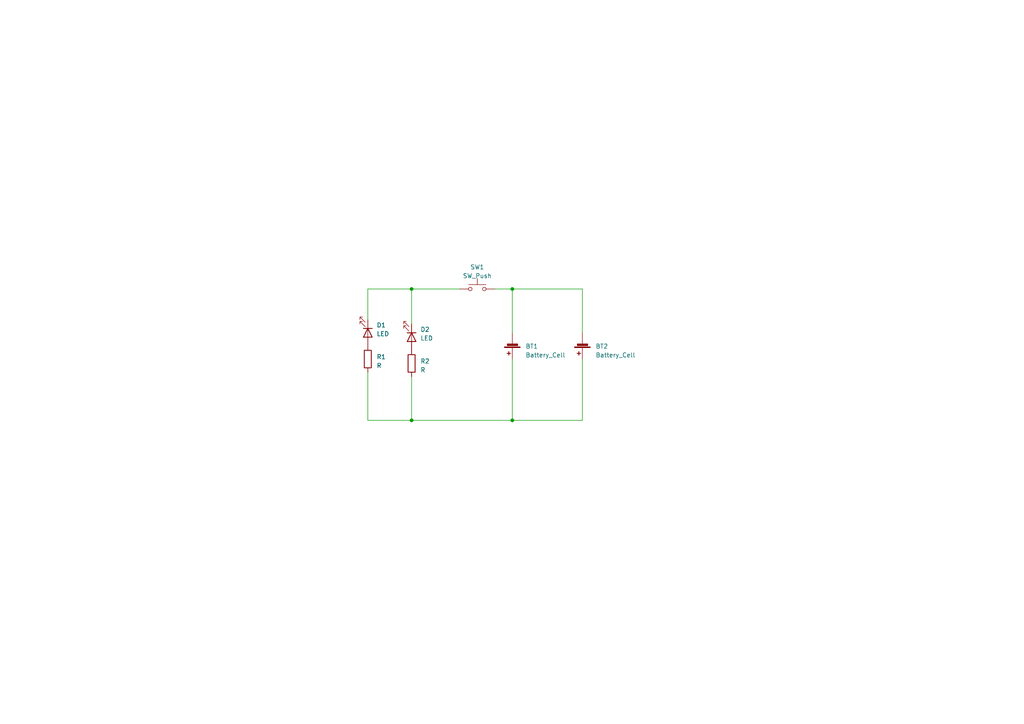
<source format=kicad_sch>
(kicad_sch (version 20230121) (generator eeschema)

  (uuid 36310ea5-f597-48e2-aaf2-85165dfbfd0a)

  (paper "A4")

  (lib_symbols
    (symbol "Device:Battery_Cell" (pin_numbers hide) (pin_names (offset 0) hide) (in_bom yes) (on_board yes)
      (property "Reference" "BT" (at 2.54 2.54 0)
        (effects (font (size 1.27 1.27)) (justify left))
      )
      (property "Value" "Battery_Cell" (at 2.54 0 0)
        (effects (font (size 1.27 1.27)) (justify left))
      )
      (property "Footprint" "" (at 0 1.524 90)
        (effects (font (size 1.27 1.27)) hide)
      )
      (property "Datasheet" "~" (at 0 1.524 90)
        (effects (font (size 1.27 1.27)) hide)
      )
      (property "ki_keywords" "battery cell" (at 0 0 0)
        (effects (font (size 1.27 1.27)) hide)
      )
      (property "ki_description" "Single-cell battery" (at 0 0 0)
        (effects (font (size 1.27 1.27)) hide)
      )
      (symbol "Battery_Cell_0_1"
        (rectangle (start -2.286 1.778) (end 2.286 1.524)
          (stroke (width 0) (type default))
          (fill (type outline))
        )
        (rectangle (start -1.5748 1.1938) (end 1.4732 0.6858)
          (stroke (width 0) (type default))
          (fill (type outline))
        )
        (polyline
          (pts
            (xy 0 0.762)
            (xy 0 0)
          )
          (stroke (width 0) (type default))
          (fill (type none))
        )
        (polyline
          (pts
            (xy 0 1.778)
            (xy 0 2.54)
          )
          (stroke (width 0) (type default))
          (fill (type none))
        )
        (polyline
          (pts
            (xy 0.508 3.429)
            (xy 1.524 3.429)
          )
          (stroke (width 0.254) (type default))
          (fill (type none))
        )
        (polyline
          (pts
            (xy 1.016 3.937)
            (xy 1.016 2.921)
          )
          (stroke (width 0.254) (type default))
          (fill (type none))
        )
      )
      (symbol "Battery_Cell_1_1"
        (pin passive line (at 0 5.08 270) (length 2.54)
          (name "+" (effects (font (size 1.27 1.27))))
          (number "1" (effects (font (size 1.27 1.27))))
        )
        (pin passive line (at 0 -2.54 90) (length 2.54)
          (name "-" (effects (font (size 1.27 1.27))))
          (number "2" (effects (font (size 1.27 1.27))))
        )
      )
    )
    (symbol "Device:LED" (pin_numbers hide) (pin_names (offset 1.016) hide) (in_bom yes) (on_board yes)
      (property "Reference" "D" (at 0 2.54 0)
        (effects (font (size 1.27 1.27)))
      )
      (property "Value" "LED" (at 0 -2.54 0)
        (effects (font (size 1.27 1.27)))
      )
      (property "Footprint" "" (at 0 0 0)
        (effects (font (size 1.27 1.27)) hide)
      )
      (property "Datasheet" "~" (at 0 0 0)
        (effects (font (size 1.27 1.27)) hide)
      )
      (property "ki_keywords" "LED diode" (at 0 0 0)
        (effects (font (size 1.27 1.27)) hide)
      )
      (property "ki_description" "Light emitting diode" (at 0 0 0)
        (effects (font (size 1.27 1.27)) hide)
      )
      (property "ki_fp_filters" "LED* LED_SMD:* LED_THT:*" (at 0 0 0)
        (effects (font (size 1.27 1.27)) hide)
      )
      (symbol "LED_0_1"
        (polyline
          (pts
            (xy -1.27 -1.27)
            (xy -1.27 1.27)
          )
          (stroke (width 0.254) (type default))
          (fill (type none))
        )
        (polyline
          (pts
            (xy -1.27 0)
            (xy 1.27 0)
          )
          (stroke (width 0) (type default))
          (fill (type none))
        )
        (polyline
          (pts
            (xy 1.27 -1.27)
            (xy 1.27 1.27)
            (xy -1.27 0)
            (xy 1.27 -1.27)
          )
          (stroke (width 0.254) (type default))
          (fill (type none))
        )
        (polyline
          (pts
            (xy -3.048 -0.762)
            (xy -4.572 -2.286)
            (xy -3.81 -2.286)
            (xy -4.572 -2.286)
            (xy -4.572 -1.524)
          )
          (stroke (width 0) (type default))
          (fill (type none))
        )
        (polyline
          (pts
            (xy -1.778 -0.762)
            (xy -3.302 -2.286)
            (xy -2.54 -2.286)
            (xy -3.302 -2.286)
            (xy -3.302 -1.524)
          )
          (stroke (width 0) (type default))
          (fill (type none))
        )
      )
      (symbol "LED_1_1"
        (pin passive line (at -3.81 0 0) (length 2.54)
          (name "K" (effects (font (size 1.27 1.27))))
          (number "1" (effects (font (size 1.27 1.27))))
        )
        (pin passive line (at 3.81 0 180) (length 2.54)
          (name "A" (effects (font (size 1.27 1.27))))
          (number "2" (effects (font (size 1.27 1.27))))
        )
      )
    )
    (symbol "Device:R" (pin_numbers hide) (pin_names (offset 0)) (in_bom yes) (on_board yes)
      (property "Reference" "R" (at 2.032 0 90)
        (effects (font (size 1.27 1.27)))
      )
      (property "Value" "R" (at 0 0 90)
        (effects (font (size 1.27 1.27)))
      )
      (property "Footprint" "" (at -1.778 0 90)
        (effects (font (size 1.27 1.27)) hide)
      )
      (property "Datasheet" "~" (at 0 0 0)
        (effects (font (size 1.27 1.27)) hide)
      )
      (property "ki_keywords" "R res resistor" (at 0 0 0)
        (effects (font (size 1.27 1.27)) hide)
      )
      (property "ki_description" "Resistor" (at 0 0 0)
        (effects (font (size 1.27 1.27)) hide)
      )
      (property "ki_fp_filters" "R_*" (at 0 0 0)
        (effects (font (size 1.27 1.27)) hide)
      )
      (symbol "R_0_1"
        (rectangle (start -1.016 -2.54) (end 1.016 2.54)
          (stroke (width 0.254) (type default))
          (fill (type none))
        )
      )
      (symbol "R_1_1"
        (pin passive line (at 0 3.81 270) (length 1.27)
          (name "~" (effects (font (size 1.27 1.27))))
          (number "1" (effects (font (size 1.27 1.27))))
        )
        (pin passive line (at 0 -3.81 90) (length 1.27)
          (name "~" (effects (font (size 1.27 1.27))))
          (number "2" (effects (font (size 1.27 1.27))))
        )
      )
    )
    (symbol "Switch:SW_Push" (pin_numbers hide) (pin_names (offset 1.016) hide) (in_bom yes) (on_board yes)
      (property "Reference" "Push button" (at 1.27 2.54 0)
        (effects (font (size 1.27 1.27)) (justify left))
      )
      (property "Value" "Push button" (at 0 -1.524 0)
        (effects (font (size 1.27 1.27)))
      )
      (property "Footprint" "" (at 0 5.08 0)
        (effects (font (size 1.27 1.27)) hide)
      )
      (property "Datasheet" "~" (at 0 5.08 0)
        (effects (font (size 1.27 1.27)) hide)
      )
      (property "ki_keywords" "switch normally-open pushbutton push-button" (at 0 0 0)
        (effects (font (size 1.27 1.27)) hide)
      )
      (property "ki_description" "Push button switch, generic, two pins" (at 0 0 0)
        (effects (font (size 1.27 1.27)) hide)
      )
      (symbol "SW_Push_0_1"
        (circle (center -2.032 0) (radius 0.508)
          (stroke (width 0) (type default))
          (fill (type none))
        )
        (polyline
          (pts
            (xy 0 1.27)
            (xy 0 3.048)
          )
          (stroke (width 0) (type default))
          (fill (type none))
        )
        (polyline
          (pts
            (xy 2.54 1.27)
            (xy -2.54 1.27)
          )
          (stroke (width 0) (type default))
          (fill (type none))
        )
        (circle (center 2.032 0) (radius 0.508)
          (stroke (width 0) (type default))
          (fill (type none))
        )
        (pin passive line (at -5.08 0 0) (length 2.54)
          (name "1" (effects (font (size 1.27 1.27))))
          (number "1" (effects (font (size 1.27 1.27))))
        )
        (pin passive line (at 5.08 0 180) (length 2.54)
          (name "2" (effects (font (size 1.27 1.27))))
          (number "2" (effects (font (size 1.27 1.27))))
        )
      )
    )
  )

  (junction (at 148.59 83.82) (diameter 0) (color 0 0 0 0)
    (uuid 3d7764b9-b37f-47a9-8b65-fe8965ca1672)
  )
  (junction (at 119.38 83.82) (diameter 0) (color 0 0 0 0)
    (uuid 597277a0-4194-43b0-ab76-7cd2019cf047)
  )
  (junction (at 119.38 121.92) (diameter 0) (color 0 0 0 0)
    (uuid 5ec1d84f-16e4-487c-8580-081a6ae67a0b)
  )
  (junction (at 148.59 121.92) (diameter 0) (color 0 0 0 0)
    (uuid 78f36303-5097-4ca8-9348-ae705d59b360)
  )

  (wire (pts (xy 143.51 83.82) (xy 148.59 83.82))
    (stroke (width 0) (type default))
    (uuid 0bc321b3-0c28-4f4e-a64e-b1ed53d44ae9)
  )
  (wire (pts (xy 148.59 121.92) (xy 148.59 104.14))
    (stroke (width 0) (type default))
    (uuid 1126eb26-74dd-480f-a6f5-3d8c4405a180)
  )
  (wire (pts (xy 119.38 83.82) (xy 119.38 93.98))
    (stroke (width 0) (type default))
    (uuid 1b32d19e-5cab-4e8a-aca0-a7aaf1720ea8)
  )
  (wire (pts (xy 106.68 83.82) (xy 119.38 83.82))
    (stroke (width 0) (type default))
    (uuid 2584c098-10e2-407d-af08-596f635320b6)
  )
  (wire (pts (xy 168.91 121.92) (xy 168.91 104.14))
    (stroke (width 0) (type default))
    (uuid 457be1a5-16dc-4e32-a9ba-24aacd091146)
  )
  (wire (pts (xy 119.38 121.92) (xy 148.59 121.92))
    (stroke (width 0) (type default))
    (uuid 64815661-e03e-485c-be3e-83f4df1b0baa)
  )
  (wire (pts (xy 106.68 121.92) (xy 119.38 121.92))
    (stroke (width 0) (type default))
    (uuid 660841d0-20b4-43c2-86c1-b9871d526010)
  )
  (wire (pts (xy 148.59 121.92) (xy 168.91 121.92))
    (stroke (width 0) (type default))
    (uuid 7540ce7c-a41e-4d6f-a197-a92bae90d87f)
  )
  (wire (pts (xy 168.91 83.82) (xy 168.91 96.52))
    (stroke (width 0) (type default))
    (uuid 824656ce-d129-4361-bd1f-af9cd7ed84b5)
  )
  (wire (pts (xy 106.68 107.95) (xy 106.68 121.92))
    (stroke (width 0) (type default))
    (uuid 873f4ebd-b0c2-42e3-9096-685c83c4765f)
  )
  (wire (pts (xy 119.38 83.82) (xy 133.35 83.82))
    (stroke (width 0) (type default))
    (uuid a8400883-438f-4df2-8fe1-855b554f43e9)
  )
  (wire (pts (xy 119.38 109.22) (xy 119.38 121.92))
    (stroke (width 0) (type default))
    (uuid b6243a2d-6006-465c-988b-ddf42b1dc522)
  )
  (wire (pts (xy 148.59 83.82) (xy 148.59 96.52))
    (stroke (width 0) (type default))
    (uuid dbc601b3-183b-4b4a-b68e-2487ffe96d5b)
  )
  (wire (pts (xy 106.68 92.71) (xy 106.68 83.82))
    (stroke (width 0) (type default))
    (uuid e10e44d6-783f-49c3-b254-208f5828e64c)
  )
  (wire (pts (xy 148.59 83.82) (xy 168.91 83.82))
    (stroke (width 0) (type default))
    (uuid eb031519-4ef9-45dd-9c1b-3beb74cd2fa5)
  )

  (symbol (lib_id "Device:LED") (at 119.38 97.79 270) (unit 1)
    (in_bom yes) (on_board yes) (dnp no) (fields_autoplaced)
    (uuid 26937d5d-ee64-46f7-a924-ea820afe7736)
    (property "Reference" "D2" (at 121.92 95.5675 90)
      (effects (font (size 1.27 1.27)) (justify left))
    )
    (property "Value" "LED" (at 121.92 98.1075 90)
      (effects (font (size 1.27 1.27)) (justify left))
    )
    (property "Footprint" "LED_SMD:LED_0805_2012Metric_Pad1.15x1.40mm_HandSolder" (at 119.38 97.79 0)
      (effects (font (size 1.27 1.27)) hide)
    )
    (property "Datasheet" "~" (at 119.38 97.79 0)
      (effects (font (size 1.27 1.27)) hide)
    )
    (pin "1" (uuid 37295846-2a5f-4d66-a83a-24725ee00df7))
    (pin "2" (uuid 1df5023b-0cfc-4ed7-b0a1-cbc943f97447))
    (instances
      (project "PCB Design"
        (path "/36310ea5-f597-48e2-aaf2-85165dfbfd0a"
          (reference "D2") (unit 1)
        )
      )
      (project "Simple LED Project"
        (path "/fef192ae-b268-42a8-9355-719dfc2ea952"
          (reference "D?") (unit 1)
        )
      )
    )
  )

  (symbol (lib_id "Device:LED") (at 106.68 96.52 270) (unit 1)
    (in_bom yes) (on_board yes) (dnp no) (fields_autoplaced)
    (uuid 46864cab-fbdd-4f44-ac73-733362ac5353)
    (property "Reference" "D1" (at 109.22 94.2975 90)
      (effects (font (size 1.27 1.27)) (justify left))
    )
    (property "Value" "LED" (at 109.22 96.8375 90)
      (effects (font (size 1.27 1.27)) (justify left))
    )
    (property "Footprint" "LED_SMD:LED_0805_2012Metric_Pad1.15x1.40mm_HandSolder" (at 106.68 96.52 0)
      (effects (font (size 1.27 1.27)) hide)
    )
    (property "Datasheet" "~" (at 106.68 96.52 0)
      (effects (font (size 1.27 1.27)) hide)
    )
    (pin "1" (uuid e691a539-2753-4214-a81f-37c77de543b0))
    (pin "2" (uuid 6e9af001-b095-4997-97b1-782967d2c61f))
    (instances
      (project "PCB Design"
        (path "/36310ea5-f597-48e2-aaf2-85165dfbfd0a"
          (reference "D1") (unit 1)
        )
      )
      (project "Simple LED Project"
        (path "/fef192ae-b268-42a8-9355-719dfc2ea952"
          (reference "D?") (unit 1)
        )
      )
    )
  )

  (symbol (lib_id "Device:Battery_Cell") (at 148.59 99.06 180) (unit 1)
    (in_bom yes) (on_board yes) (dnp no) (fields_autoplaced)
    (uuid 6e4d4520-b0c7-4119-b5e9-3a68d0525f7f)
    (property "Reference" "BT1" (at 152.4 100.457 0)
      (effects (font (size 1.27 1.27)) (justify right))
    )
    (property "Value" "Battery_Cell" (at 152.4 102.997 0)
      (effects (font (size 1.27 1.27)) (justify right))
    )
    (property "Footprint" "Connector_Molex:Molex_KK-254_AE-6410-02A_1x02_P2.54mm_Vertical" (at 148.59 100.584 90)
      (effects (font (size 1.27 1.27)) hide)
    )
    (property "Datasheet" "~" (at 148.59 100.584 90)
      (effects (font (size 1.27 1.27)) hide)
    )
    (pin "1" (uuid d7004a47-4e6a-481f-aa45-4b7af8f35c75))
    (pin "2" (uuid d9f620e6-01de-4704-8b6b-18cda81a3088))
    (instances
      (project "PCB Design"
        (path "/36310ea5-f597-48e2-aaf2-85165dfbfd0a"
          (reference "BT1") (unit 1)
        )
      )
      (project "Simple LED Project"
        (path "/fef192ae-b268-42a8-9355-719dfc2ea952"
          (reference "BT?") (unit 1)
        )
      )
    )
  )

  (symbol (lib_id "Device:Battery_Cell") (at 168.91 99.06 180) (unit 1)
    (in_bom yes) (on_board yes) (dnp no) (fields_autoplaced)
    (uuid 87c77508-43c6-4b2d-80ec-ec94c4d66d29)
    (property "Reference" "BT2" (at 172.72 100.457 0)
      (effects (font (size 1.27 1.27)) (justify right))
    )
    (property "Value" "Battery_Cell" (at 172.72 102.997 0)
      (effects (font (size 1.27 1.27)) (justify right))
    )
    (property "Footprint" "Connector_Molex:Molex_KK-254_AE-6410-02A_1x02_P2.54mm_Vertical" (at 168.91 100.584 90)
      (effects (font (size 1.27 1.27)) hide)
    )
    (property "Datasheet" "~" (at 168.91 100.584 90)
      (effects (font (size 1.27 1.27)) hide)
    )
    (pin "1" (uuid ae86c280-9f54-40a0-b01e-1f006fe1b9be))
    (pin "2" (uuid b7fd8f51-2403-4d7a-ad51-9a83c0502c75))
    (instances
      (project "PCB Design"
        (path "/36310ea5-f597-48e2-aaf2-85165dfbfd0a"
          (reference "BT2") (unit 1)
        )
      )
      (project "Simple LED Project"
        (path "/fef192ae-b268-42a8-9355-719dfc2ea952"
          (reference "BT?") (unit 1)
        )
      )
    )
  )

  (symbol (lib_id "Device:R") (at 106.68 104.14 0) (unit 1)
    (in_bom yes) (on_board yes) (dnp no) (fields_autoplaced)
    (uuid 9311c33d-2696-422c-b9da-0477d2ac0bef)
    (property "Reference" "R1" (at 109.22 103.505 0)
      (effects (font (size 1.27 1.27)) (justify left))
    )
    (property "Value" "R" (at 109.22 106.045 0)
      (effects (font (size 1.27 1.27)) (justify left))
    )
    (property "Footprint" "Resistor_SMD:R_0805_2012Metric_Pad1.20x1.40mm_HandSolder" (at 104.902 104.14 90)
      (effects (font (size 1.27 1.27)) hide)
    )
    (property "Datasheet" "~" (at 106.68 104.14 0)
      (effects (font (size 1.27 1.27)) hide)
    )
    (pin "1" (uuid 0e9e67ad-fed8-40fc-9294-a340f1cda08f))
    (pin "2" (uuid 5414f2c1-99e3-4939-84ce-99d093862bc3))
    (instances
      (project "PCB Design"
        (path "/36310ea5-f597-48e2-aaf2-85165dfbfd0a"
          (reference "R1") (unit 1)
        )
      )
      (project "Simple LED Project"
        (path "/fef192ae-b268-42a8-9355-719dfc2ea952"
          (reference "R?") (unit 1)
        )
      )
    )
  )

  (symbol (lib_id "Device:R") (at 119.38 105.41 0) (unit 1)
    (in_bom yes) (on_board yes) (dnp no) (fields_autoplaced)
    (uuid a142adf3-1cc1-4876-800b-0e4e7ea63f84)
    (property "Reference" "R2" (at 121.92 104.775 0)
      (effects (font (size 1.27 1.27)) (justify left))
    )
    (property "Value" "R" (at 121.92 107.315 0)
      (effects (font (size 1.27 1.27)) (justify left))
    )
    (property "Footprint" "Resistor_SMD:R_0805_2012Metric_Pad1.20x1.40mm_HandSolder" (at 117.602 105.41 90)
      (effects (font (size 1.27 1.27)) hide)
    )
    (property "Datasheet" "~" (at 119.38 105.41 0)
      (effects (font (size 1.27 1.27)) hide)
    )
    (pin "1" (uuid 06e8089f-56e5-493f-bd2a-fb10a5444da0))
    (pin "2" (uuid 8f954a75-e9ae-4abb-afe2-68f02e3db9e9))
    (instances
      (project "PCB Design"
        (path "/36310ea5-f597-48e2-aaf2-85165dfbfd0a"
          (reference "R2") (unit 1)
        )
      )
      (project "Simple LED Project"
        (path "/fef192ae-b268-42a8-9355-719dfc2ea952"
          (reference "R?") (unit 1)
        )
      )
    )
  )

  (symbol (lib_id "Switch:SW_Push") (at 138.43 83.82 0) (unit 1)
    (in_bom yes) (on_board yes) (dnp no) (fields_autoplaced)
    (uuid a906fc03-16c8-49d5-b955-7ef72d7b4912)
    (property "Reference" "SW1" (at 138.43 77.47 0)
      (effects (font (size 1.27 1.27)))
    )
    (property "Value" "SW_Push" (at 138.43 80.01 0)
      (effects (font (size 1.27 1.27)))
    )
    (property "Footprint" "Button_Switch_SMD:SW_Push_1P1T_NO_CK_KMR2" (at 138.43 78.74 0)
      (effects (font (size 1.27 1.27)) hide)
    )
    (property "Datasheet" "~" (at 138.43 78.74 0)
      (effects (font (size 1.27 1.27)) hide)
    )
    (pin "1" (uuid bc3fa42d-1000-4462-8178-e52f89803317))
    (pin "2" (uuid 1efbdfea-0f98-4e68-a6c1-dd3d4c3968d6))
    (instances
      (project "PCB Design"
        (path "/36310ea5-f597-48e2-aaf2-85165dfbfd0a"
          (reference "SW1") (unit 1)
        )
      )
      (project "Simple LED Project"
        (path "/fef192ae-b268-42a8-9355-719dfc2ea952"
          (reference "SW?") (unit 1)
        )
      )
    )
  )

  (sheet_instances
    (path "/" (page "1"))
  )
)

</source>
